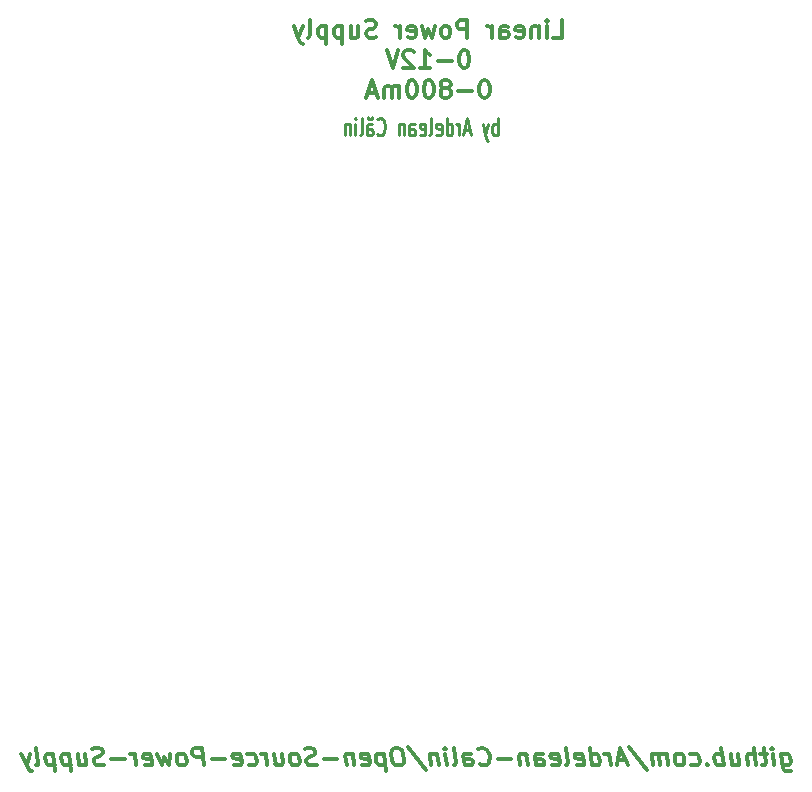
<source format=gbo>
G04 #@! TF.FileFunction,Legend,Bot*
%FSLAX46Y46*%
G04 Gerber Fmt 4.6, Leading zero omitted, Abs format (unit mm)*
G04 Created by KiCad (PCBNEW 4.0.5) date Sat Mar 18 13:09:48 2017*
%MOMM*%
%LPD*%
G01*
G04 APERTURE LIST*
%ADD10C,0.100000*%
%ADD11C,0.300000*%
%ADD12C,0.250000*%
G04 APERTURE END LIST*
D10*
D11*
X202560535Y-139378571D02*
X202712321Y-140592857D01*
X202801607Y-140735714D01*
X202881964Y-140807143D01*
X203033749Y-140878571D01*
X203248035Y-140878571D01*
X203381964Y-140807143D01*
X202676607Y-140307143D02*
X202828392Y-140378571D01*
X203114106Y-140378571D01*
X203248036Y-140307143D01*
X203310535Y-140235714D01*
X203364107Y-140092857D01*
X203310536Y-139664286D01*
X203221250Y-139521429D01*
X203140893Y-139450000D01*
X202989106Y-139378571D01*
X202703392Y-139378571D01*
X202569464Y-139450000D01*
X201971249Y-140378571D02*
X201846249Y-139378571D01*
X201783749Y-138878571D02*
X201864107Y-138950000D01*
X201801607Y-139021429D01*
X201721250Y-138950000D01*
X201783749Y-138878571D01*
X201801607Y-139021429D01*
X201346249Y-139378571D02*
X200774820Y-139378571D01*
X201069463Y-138878571D02*
X201230178Y-140164286D01*
X201176607Y-140307143D01*
X201042677Y-140378571D01*
X200899820Y-140378571D01*
X200399820Y-140378571D02*
X200212320Y-138878571D01*
X199756963Y-140378571D02*
X199658749Y-139592857D01*
X199712321Y-139450000D01*
X199846249Y-139378571D01*
X200060534Y-139378571D01*
X200212321Y-139450000D01*
X200292678Y-139521429D01*
X198274820Y-139378571D02*
X198399820Y-140378571D01*
X198917677Y-139378571D02*
X199015892Y-140164286D01*
X198962321Y-140307143D01*
X198828391Y-140378571D01*
X198614106Y-140378571D01*
X198462321Y-140307143D01*
X198381963Y-140235714D01*
X197685534Y-140378571D02*
X197498034Y-138878571D01*
X197569463Y-139450000D02*
X197417677Y-139378571D01*
X197131963Y-139378571D01*
X196998035Y-139450000D01*
X196935535Y-139521429D01*
X196881963Y-139664286D01*
X196935534Y-140092857D01*
X197024820Y-140235714D01*
X197105178Y-140307143D01*
X197256963Y-140378571D01*
X197542677Y-140378571D01*
X197676606Y-140307143D01*
X196310534Y-140235714D02*
X196248035Y-140307143D01*
X196328391Y-140378571D01*
X196390892Y-140307143D01*
X196310534Y-140235714D01*
X196328391Y-140378571D01*
X194962320Y-140307143D02*
X195114105Y-140378571D01*
X195399819Y-140378571D01*
X195533749Y-140307143D01*
X195596248Y-140235714D01*
X195649820Y-140092857D01*
X195596249Y-139664286D01*
X195506963Y-139521429D01*
X195426606Y-139450000D01*
X195274819Y-139378571D01*
X194989105Y-139378571D01*
X194855177Y-139450000D01*
X194114105Y-140378571D02*
X194248035Y-140307143D01*
X194310534Y-140235714D01*
X194364106Y-140092857D01*
X194310535Y-139664286D01*
X194221249Y-139521429D01*
X194140892Y-139450000D01*
X193989105Y-139378571D01*
X193774820Y-139378571D01*
X193640892Y-139450000D01*
X193578392Y-139521429D01*
X193524820Y-139664286D01*
X193578391Y-140092857D01*
X193667677Y-140235714D01*
X193748035Y-140307143D01*
X193899820Y-140378571D01*
X194114105Y-140378571D01*
X192971248Y-140378571D02*
X192846248Y-139378571D01*
X192864106Y-139521429D02*
X192783749Y-139450000D01*
X192631962Y-139378571D01*
X192417677Y-139378571D01*
X192283749Y-139450000D01*
X192230177Y-139592857D01*
X192328391Y-140378571D01*
X192230177Y-139592857D02*
X192140891Y-139450000D01*
X191989105Y-139378571D01*
X191774820Y-139378571D01*
X191640891Y-139450000D01*
X191587320Y-139592857D01*
X191685534Y-140378571D01*
X189703392Y-138807143D02*
X191230177Y-140735714D01*
X189417677Y-139950000D02*
X188703391Y-139950000D01*
X189614105Y-140378571D02*
X188926605Y-138878571D01*
X188614105Y-140378571D01*
X188114105Y-140378571D02*
X187989105Y-139378571D01*
X188024820Y-139664286D02*
X187935535Y-139521429D01*
X187855177Y-139450000D01*
X187703391Y-139378571D01*
X187560534Y-139378571D01*
X186542677Y-140378571D02*
X186355177Y-138878571D01*
X186533749Y-140307143D02*
X186685534Y-140378571D01*
X186971248Y-140378571D01*
X187105178Y-140307143D01*
X187167677Y-140235714D01*
X187221249Y-140092857D01*
X187167678Y-139664286D01*
X187078392Y-139521429D01*
X186998035Y-139450000D01*
X186846248Y-139378571D01*
X186560534Y-139378571D01*
X186426606Y-139450000D01*
X185248035Y-140307143D02*
X185399820Y-140378571D01*
X185685534Y-140378571D01*
X185819463Y-140307143D01*
X185873035Y-140164286D01*
X185801606Y-139592857D01*
X185712320Y-139450000D01*
X185560534Y-139378571D01*
X185274820Y-139378571D01*
X185140892Y-139450000D01*
X185087320Y-139592857D01*
X185105177Y-139735714D01*
X185837320Y-139878571D01*
X184328391Y-140378571D02*
X184462321Y-140307143D01*
X184515892Y-140164286D01*
X184355177Y-138878571D01*
X183176607Y-140307143D02*
X183328392Y-140378571D01*
X183614106Y-140378571D01*
X183748035Y-140307143D01*
X183801607Y-140164286D01*
X183730178Y-139592857D01*
X183640892Y-139450000D01*
X183489106Y-139378571D01*
X183203392Y-139378571D01*
X183069464Y-139450000D01*
X183015892Y-139592857D01*
X183033749Y-139735714D01*
X183765892Y-139878571D01*
X181828392Y-140378571D02*
X181730178Y-139592857D01*
X181783750Y-139450000D01*
X181917678Y-139378571D01*
X182203392Y-139378571D01*
X182355178Y-139450000D01*
X181819464Y-140307143D02*
X181971249Y-140378571D01*
X182328392Y-140378571D01*
X182462321Y-140307143D01*
X182515893Y-140164286D01*
X182498036Y-140021429D01*
X182408749Y-139878571D01*
X182256964Y-139807143D01*
X181899821Y-139807143D01*
X181748035Y-139735714D01*
X180989106Y-139378571D02*
X181114106Y-140378571D01*
X181006964Y-139521429D02*
X180926607Y-139450000D01*
X180774820Y-139378571D01*
X180560535Y-139378571D01*
X180426607Y-139450000D01*
X180373035Y-139592857D01*
X180471249Y-140378571D01*
X179685535Y-139807143D02*
X178542678Y-139807143D01*
X177024820Y-140235714D02*
X177105178Y-140307143D01*
X177328392Y-140378571D01*
X177471249Y-140378571D01*
X177676606Y-140307143D01*
X177801607Y-140164286D01*
X177855178Y-140021429D01*
X177890892Y-139735714D01*
X177864107Y-139521429D01*
X177756963Y-139235714D01*
X177667678Y-139092857D01*
X177506963Y-138950000D01*
X177283749Y-138878571D01*
X177140892Y-138878571D01*
X176935535Y-138950000D01*
X176873035Y-139021429D01*
X175756963Y-140378571D02*
X175658749Y-139592857D01*
X175712321Y-139450000D01*
X175846249Y-139378571D01*
X176131963Y-139378571D01*
X176283749Y-139450000D01*
X175748035Y-140307143D02*
X175899820Y-140378571D01*
X176256963Y-140378571D01*
X176390892Y-140307143D01*
X176444464Y-140164286D01*
X176426607Y-140021429D01*
X176337320Y-139878571D01*
X176185535Y-139807143D01*
X175828392Y-139807143D01*
X175676606Y-139735714D01*
X174828391Y-140378571D02*
X174962321Y-140307143D01*
X175015892Y-140164286D01*
X174855177Y-138878571D01*
X174256963Y-140378571D02*
X174131963Y-139378571D01*
X174069463Y-138878571D02*
X174149821Y-138950000D01*
X174087321Y-139021429D01*
X174006964Y-138950000D01*
X174069463Y-138878571D01*
X174087321Y-139021429D01*
X173417677Y-139378571D02*
X173542677Y-140378571D01*
X173435535Y-139521429D02*
X173355178Y-139450000D01*
X173203391Y-139378571D01*
X172989106Y-139378571D01*
X172855178Y-139450000D01*
X172801606Y-139592857D01*
X172899820Y-140378571D01*
X170917678Y-138807143D02*
X172444463Y-140735714D01*
X170140891Y-138878571D02*
X169855177Y-138878571D01*
X169721248Y-138950000D01*
X169596248Y-139092857D01*
X169560534Y-139378571D01*
X169623034Y-139878571D01*
X169730177Y-140164286D01*
X169890891Y-140307143D01*
X170042677Y-140378571D01*
X170328391Y-140378571D01*
X170462320Y-140307143D01*
X170587320Y-140164286D01*
X170623034Y-139878571D01*
X170560534Y-139378571D01*
X170453391Y-139092857D01*
X170292677Y-138950000D01*
X170140891Y-138878571D01*
X168917676Y-139378571D02*
X169105176Y-140878571D01*
X168926605Y-139450000D02*
X168774819Y-139378571D01*
X168489105Y-139378571D01*
X168355177Y-139450000D01*
X168292677Y-139521429D01*
X168239105Y-139664286D01*
X168292676Y-140092857D01*
X168381962Y-140235714D01*
X168462320Y-140307143D01*
X168614105Y-140378571D01*
X168899819Y-140378571D01*
X169033748Y-140307143D01*
X167105177Y-140307143D02*
X167256962Y-140378571D01*
X167542676Y-140378571D01*
X167676605Y-140307143D01*
X167730177Y-140164286D01*
X167658748Y-139592857D01*
X167569462Y-139450000D01*
X167417676Y-139378571D01*
X167131962Y-139378571D01*
X166998034Y-139450000D01*
X166944462Y-139592857D01*
X166962319Y-139735714D01*
X167694462Y-139878571D01*
X166274819Y-139378571D02*
X166399819Y-140378571D01*
X166292677Y-139521429D02*
X166212320Y-139450000D01*
X166060533Y-139378571D01*
X165846248Y-139378571D01*
X165712320Y-139450000D01*
X165658748Y-139592857D01*
X165756962Y-140378571D01*
X164971248Y-139807143D02*
X163828391Y-139807143D01*
X163248034Y-140307143D02*
X163042676Y-140378571D01*
X162685533Y-140378571D01*
X162533748Y-140307143D01*
X162453390Y-140235714D01*
X162364105Y-140092857D01*
X162346248Y-139950000D01*
X162399819Y-139807143D01*
X162462319Y-139735714D01*
X162596248Y-139664286D01*
X162873033Y-139592857D01*
X163006963Y-139521429D01*
X163069462Y-139450000D01*
X163123034Y-139307143D01*
X163105177Y-139164286D01*
X163015891Y-139021429D01*
X162935534Y-138950000D01*
X162783747Y-138878571D01*
X162426605Y-138878571D01*
X162221248Y-138950000D01*
X161542676Y-140378571D02*
X161676606Y-140307143D01*
X161739105Y-140235714D01*
X161792677Y-140092857D01*
X161739106Y-139664286D01*
X161649820Y-139521429D01*
X161569463Y-139450000D01*
X161417676Y-139378571D01*
X161203391Y-139378571D01*
X161069463Y-139450000D01*
X161006963Y-139521429D01*
X160953391Y-139664286D01*
X161006962Y-140092857D01*
X161096248Y-140235714D01*
X161176606Y-140307143D01*
X161328391Y-140378571D01*
X161542676Y-140378571D01*
X159631962Y-139378571D02*
X159756962Y-140378571D01*
X160274819Y-139378571D02*
X160373034Y-140164286D01*
X160319463Y-140307143D01*
X160185533Y-140378571D01*
X159971248Y-140378571D01*
X159819463Y-140307143D01*
X159739105Y-140235714D01*
X159042676Y-140378571D02*
X158917676Y-139378571D01*
X158953391Y-139664286D02*
X158864106Y-139521429D01*
X158783748Y-139450000D01*
X158631962Y-139378571D01*
X158489105Y-139378571D01*
X157462320Y-140307143D02*
X157614105Y-140378571D01*
X157899819Y-140378571D01*
X158033749Y-140307143D01*
X158096248Y-140235714D01*
X158149820Y-140092857D01*
X158096249Y-139664286D01*
X158006963Y-139521429D01*
X157926606Y-139450000D01*
X157774819Y-139378571D01*
X157489105Y-139378571D01*
X157355177Y-139450000D01*
X156248035Y-140307143D02*
X156399820Y-140378571D01*
X156685534Y-140378571D01*
X156819463Y-140307143D01*
X156873035Y-140164286D01*
X156801606Y-139592857D01*
X156712320Y-139450000D01*
X156560534Y-139378571D01*
X156274820Y-139378571D01*
X156140892Y-139450000D01*
X156087320Y-139592857D01*
X156105177Y-139735714D01*
X156837320Y-139878571D01*
X155471249Y-139807143D02*
X154328392Y-139807143D01*
X153685534Y-140378571D02*
X153498034Y-138878571D01*
X152926606Y-138878571D01*
X152792677Y-138950000D01*
X152730178Y-139021429D01*
X152676606Y-139164286D01*
X152703391Y-139378571D01*
X152792678Y-139521429D01*
X152873034Y-139592857D01*
X153024821Y-139664286D01*
X153596249Y-139664286D01*
X151971248Y-140378571D02*
X152105178Y-140307143D01*
X152167677Y-140235714D01*
X152221249Y-140092857D01*
X152167678Y-139664286D01*
X152078392Y-139521429D01*
X151998035Y-139450000D01*
X151846248Y-139378571D01*
X151631963Y-139378571D01*
X151498035Y-139450000D01*
X151435535Y-139521429D01*
X151381963Y-139664286D01*
X151435534Y-140092857D01*
X151524820Y-140235714D01*
X151605178Y-140307143D01*
X151756963Y-140378571D01*
X151971248Y-140378571D01*
X150846248Y-139378571D02*
X150685534Y-140378571D01*
X150310535Y-139664286D01*
X150114105Y-140378571D01*
X149703391Y-139378571D01*
X148676606Y-140307143D02*
X148828391Y-140378571D01*
X149114105Y-140378571D01*
X149248034Y-140307143D01*
X149301606Y-140164286D01*
X149230177Y-139592857D01*
X149140891Y-139450000D01*
X148989105Y-139378571D01*
X148703391Y-139378571D01*
X148569463Y-139450000D01*
X148515891Y-139592857D01*
X148533748Y-139735714D01*
X149265891Y-139878571D01*
X147971248Y-140378571D02*
X147846248Y-139378571D01*
X147881963Y-139664286D02*
X147792678Y-139521429D01*
X147712320Y-139450000D01*
X147560534Y-139378571D01*
X147417677Y-139378571D01*
X146971249Y-139807143D02*
X145828392Y-139807143D01*
X145248035Y-140307143D02*
X145042677Y-140378571D01*
X144685534Y-140378571D01*
X144533749Y-140307143D01*
X144453391Y-140235714D01*
X144364106Y-140092857D01*
X144346249Y-139950000D01*
X144399820Y-139807143D01*
X144462320Y-139735714D01*
X144596249Y-139664286D01*
X144873034Y-139592857D01*
X145006964Y-139521429D01*
X145069463Y-139450000D01*
X145123035Y-139307143D01*
X145105178Y-139164286D01*
X145015892Y-139021429D01*
X144935535Y-138950000D01*
X144783748Y-138878571D01*
X144426606Y-138878571D01*
X144221249Y-138950000D01*
X142989106Y-139378571D02*
X143114106Y-140378571D01*
X143631963Y-139378571D02*
X143730178Y-140164286D01*
X143676607Y-140307143D01*
X143542677Y-140378571D01*
X143328392Y-140378571D01*
X143176607Y-140307143D01*
X143096249Y-140235714D01*
X142274820Y-139378571D02*
X142462320Y-140878571D01*
X142283749Y-139450000D02*
X142131963Y-139378571D01*
X141846249Y-139378571D01*
X141712321Y-139450000D01*
X141649821Y-139521429D01*
X141596249Y-139664286D01*
X141649820Y-140092857D01*
X141739106Y-140235714D01*
X141819464Y-140307143D01*
X141971249Y-140378571D01*
X142256963Y-140378571D01*
X142390892Y-140307143D01*
X140917677Y-139378571D02*
X141105177Y-140878571D01*
X140926606Y-139450000D02*
X140774820Y-139378571D01*
X140489106Y-139378571D01*
X140355178Y-139450000D01*
X140292678Y-139521429D01*
X140239106Y-139664286D01*
X140292677Y-140092857D01*
X140381963Y-140235714D01*
X140462321Y-140307143D01*
X140614106Y-140378571D01*
X140899820Y-140378571D01*
X141033749Y-140307143D01*
X139471248Y-140378571D02*
X139605178Y-140307143D01*
X139658749Y-140164286D01*
X139498034Y-138878571D01*
X138917677Y-139378571D02*
X138685534Y-140378571D01*
X138203392Y-139378571D02*
X138685534Y-140378571D01*
X138873035Y-140735714D01*
X138953392Y-140807143D01*
X139105177Y-140878571D01*
D12*
X178561192Y-87038571D02*
X178561192Y-85538571D01*
X178561192Y-86110000D02*
X178465954Y-86038571D01*
X178275477Y-86038571D01*
X178180239Y-86110000D01*
X178132620Y-86181429D01*
X178085001Y-86324286D01*
X178085001Y-86752857D01*
X178132620Y-86895714D01*
X178180239Y-86967143D01*
X178275477Y-87038571D01*
X178465954Y-87038571D01*
X178561192Y-86967143D01*
X177751668Y-86038571D02*
X177513573Y-87038571D01*
X177275477Y-86038571D02*
X177513573Y-87038571D01*
X177608811Y-87395714D01*
X177656430Y-87467143D01*
X177751668Y-87538571D01*
X176180239Y-86610000D02*
X175704048Y-86610000D01*
X176275477Y-87038571D02*
X175942144Y-85538571D01*
X175608810Y-87038571D01*
X175275477Y-87038571D02*
X175275477Y-86038571D01*
X175275477Y-86324286D02*
X175227858Y-86181429D01*
X175180239Y-86110000D01*
X175085001Y-86038571D01*
X174989762Y-86038571D01*
X174227857Y-87038571D02*
X174227857Y-85538571D01*
X174227857Y-86967143D02*
X174323095Y-87038571D01*
X174513572Y-87038571D01*
X174608810Y-86967143D01*
X174656429Y-86895714D01*
X174704048Y-86752857D01*
X174704048Y-86324286D01*
X174656429Y-86181429D01*
X174608810Y-86110000D01*
X174513572Y-86038571D01*
X174323095Y-86038571D01*
X174227857Y-86110000D01*
X173370714Y-86967143D02*
X173465952Y-87038571D01*
X173656429Y-87038571D01*
X173751667Y-86967143D01*
X173799286Y-86824286D01*
X173799286Y-86252857D01*
X173751667Y-86110000D01*
X173656429Y-86038571D01*
X173465952Y-86038571D01*
X173370714Y-86110000D01*
X173323095Y-86252857D01*
X173323095Y-86395714D01*
X173799286Y-86538571D01*
X172751667Y-87038571D02*
X172846905Y-86967143D01*
X172894524Y-86824286D01*
X172894524Y-85538571D01*
X171989761Y-86967143D02*
X172084999Y-87038571D01*
X172275476Y-87038571D01*
X172370714Y-86967143D01*
X172418333Y-86824286D01*
X172418333Y-86252857D01*
X172370714Y-86110000D01*
X172275476Y-86038571D01*
X172084999Y-86038571D01*
X171989761Y-86110000D01*
X171942142Y-86252857D01*
X171942142Y-86395714D01*
X172418333Y-86538571D01*
X171084999Y-87038571D02*
X171084999Y-86252857D01*
X171132618Y-86110000D01*
X171227856Y-86038571D01*
X171418333Y-86038571D01*
X171513571Y-86110000D01*
X171084999Y-86967143D02*
X171180237Y-87038571D01*
X171418333Y-87038571D01*
X171513571Y-86967143D01*
X171561190Y-86824286D01*
X171561190Y-86681429D01*
X171513571Y-86538571D01*
X171418333Y-86467143D01*
X171180237Y-86467143D01*
X171084999Y-86395714D01*
X170608809Y-86038571D02*
X170608809Y-87038571D01*
X170608809Y-86181429D02*
X170561190Y-86110000D01*
X170465952Y-86038571D01*
X170323094Y-86038571D01*
X170227856Y-86110000D01*
X170180237Y-86252857D01*
X170180237Y-87038571D01*
X168370713Y-86895714D02*
X168418332Y-86967143D01*
X168561189Y-87038571D01*
X168656427Y-87038571D01*
X168799285Y-86967143D01*
X168894523Y-86824286D01*
X168942142Y-86681429D01*
X168989761Y-86395714D01*
X168989761Y-86181429D01*
X168942142Y-85895714D01*
X168894523Y-85752857D01*
X168799285Y-85610000D01*
X168656427Y-85538571D01*
X168561189Y-85538571D01*
X168418332Y-85610000D01*
X168370713Y-85681429D01*
X167513570Y-87038571D02*
X167513570Y-86252857D01*
X167561189Y-86110000D01*
X167656427Y-86038571D01*
X167846904Y-86038571D01*
X167942142Y-86110000D01*
X167513570Y-86967143D02*
X167608808Y-87038571D01*
X167846904Y-87038571D01*
X167942142Y-86967143D01*
X167989761Y-86824286D01*
X167989761Y-86681429D01*
X167942142Y-86538571D01*
X167846904Y-86467143D01*
X167608808Y-86467143D01*
X167513570Y-86395714D01*
X167942142Y-85467143D02*
X167894523Y-85610000D01*
X167799285Y-85681429D01*
X167704047Y-85681429D01*
X167608808Y-85610000D01*
X167561189Y-85467143D01*
X166894523Y-87038571D02*
X166989761Y-86967143D01*
X167037380Y-86824286D01*
X167037380Y-85538571D01*
X166513570Y-87038571D02*
X166513570Y-86038571D01*
X166513570Y-85538571D02*
X166561189Y-85610000D01*
X166513570Y-85681429D01*
X166465951Y-85610000D01*
X166513570Y-85538571D01*
X166513570Y-85681429D01*
X166037380Y-86038571D02*
X166037380Y-87038571D01*
X166037380Y-86181429D02*
X165989761Y-86110000D01*
X165894523Y-86038571D01*
X165751665Y-86038571D01*
X165656427Y-86110000D01*
X165608808Y-86252857D01*
X165608808Y-87038571D01*
D11*
X183255713Y-78773571D02*
X183969999Y-78773571D01*
X183969999Y-77273571D01*
X182755713Y-78773571D02*
X182755713Y-77773571D01*
X182755713Y-77273571D02*
X182827142Y-77345000D01*
X182755713Y-77416429D01*
X182684285Y-77345000D01*
X182755713Y-77273571D01*
X182755713Y-77416429D01*
X182041427Y-77773571D02*
X182041427Y-78773571D01*
X182041427Y-77916429D02*
X181969999Y-77845000D01*
X181827141Y-77773571D01*
X181612856Y-77773571D01*
X181469999Y-77845000D01*
X181398570Y-77987857D01*
X181398570Y-78773571D01*
X180112856Y-78702143D02*
X180255713Y-78773571D01*
X180541427Y-78773571D01*
X180684284Y-78702143D01*
X180755713Y-78559286D01*
X180755713Y-77987857D01*
X180684284Y-77845000D01*
X180541427Y-77773571D01*
X180255713Y-77773571D01*
X180112856Y-77845000D01*
X180041427Y-77987857D01*
X180041427Y-78130714D01*
X180755713Y-78273571D01*
X178755713Y-78773571D02*
X178755713Y-77987857D01*
X178827142Y-77845000D01*
X178969999Y-77773571D01*
X179255713Y-77773571D01*
X179398570Y-77845000D01*
X178755713Y-78702143D02*
X178898570Y-78773571D01*
X179255713Y-78773571D01*
X179398570Y-78702143D01*
X179469999Y-78559286D01*
X179469999Y-78416429D01*
X179398570Y-78273571D01*
X179255713Y-78202143D01*
X178898570Y-78202143D01*
X178755713Y-78130714D01*
X178041427Y-78773571D02*
X178041427Y-77773571D01*
X178041427Y-78059286D02*
X177969999Y-77916429D01*
X177898570Y-77845000D01*
X177755713Y-77773571D01*
X177612856Y-77773571D01*
X175969999Y-78773571D02*
X175969999Y-77273571D01*
X175398571Y-77273571D01*
X175255713Y-77345000D01*
X175184285Y-77416429D01*
X175112856Y-77559286D01*
X175112856Y-77773571D01*
X175184285Y-77916429D01*
X175255713Y-77987857D01*
X175398571Y-78059286D01*
X175969999Y-78059286D01*
X174255713Y-78773571D02*
X174398571Y-78702143D01*
X174469999Y-78630714D01*
X174541428Y-78487857D01*
X174541428Y-78059286D01*
X174469999Y-77916429D01*
X174398571Y-77845000D01*
X174255713Y-77773571D01*
X174041428Y-77773571D01*
X173898571Y-77845000D01*
X173827142Y-77916429D01*
X173755713Y-78059286D01*
X173755713Y-78487857D01*
X173827142Y-78630714D01*
X173898571Y-78702143D01*
X174041428Y-78773571D01*
X174255713Y-78773571D01*
X173255713Y-77773571D02*
X172969999Y-78773571D01*
X172684285Y-78059286D01*
X172398570Y-78773571D01*
X172112856Y-77773571D01*
X170969999Y-78702143D02*
X171112856Y-78773571D01*
X171398570Y-78773571D01*
X171541427Y-78702143D01*
X171612856Y-78559286D01*
X171612856Y-77987857D01*
X171541427Y-77845000D01*
X171398570Y-77773571D01*
X171112856Y-77773571D01*
X170969999Y-77845000D01*
X170898570Y-77987857D01*
X170898570Y-78130714D01*
X171612856Y-78273571D01*
X170255713Y-78773571D02*
X170255713Y-77773571D01*
X170255713Y-78059286D02*
X170184285Y-77916429D01*
X170112856Y-77845000D01*
X169969999Y-77773571D01*
X169827142Y-77773571D01*
X168255714Y-78702143D02*
X168041428Y-78773571D01*
X167684285Y-78773571D01*
X167541428Y-78702143D01*
X167469999Y-78630714D01*
X167398571Y-78487857D01*
X167398571Y-78345000D01*
X167469999Y-78202143D01*
X167541428Y-78130714D01*
X167684285Y-78059286D01*
X167969999Y-77987857D01*
X168112857Y-77916429D01*
X168184285Y-77845000D01*
X168255714Y-77702143D01*
X168255714Y-77559286D01*
X168184285Y-77416429D01*
X168112857Y-77345000D01*
X167969999Y-77273571D01*
X167612857Y-77273571D01*
X167398571Y-77345000D01*
X166112857Y-77773571D02*
X166112857Y-78773571D01*
X166755714Y-77773571D02*
X166755714Y-78559286D01*
X166684286Y-78702143D01*
X166541428Y-78773571D01*
X166327143Y-78773571D01*
X166184286Y-78702143D01*
X166112857Y-78630714D01*
X165398571Y-77773571D02*
X165398571Y-79273571D01*
X165398571Y-77845000D02*
X165255714Y-77773571D01*
X164970000Y-77773571D01*
X164827143Y-77845000D01*
X164755714Y-77916429D01*
X164684285Y-78059286D01*
X164684285Y-78487857D01*
X164755714Y-78630714D01*
X164827143Y-78702143D01*
X164970000Y-78773571D01*
X165255714Y-78773571D01*
X165398571Y-78702143D01*
X164041428Y-77773571D02*
X164041428Y-79273571D01*
X164041428Y-77845000D02*
X163898571Y-77773571D01*
X163612857Y-77773571D01*
X163470000Y-77845000D01*
X163398571Y-77916429D01*
X163327142Y-78059286D01*
X163327142Y-78487857D01*
X163398571Y-78630714D01*
X163470000Y-78702143D01*
X163612857Y-78773571D01*
X163898571Y-78773571D01*
X164041428Y-78702143D01*
X162469999Y-78773571D02*
X162612857Y-78702143D01*
X162684285Y-78559286D01*
X162684285Y-77273571D01*
X162041428Y-77773571D02*
X161684285Y-78773571D01*
X161327143Y-77773571D02*
X161684285Y-78773571D01*
X161827143Y-79130714D01*
X161898571Y-79202143D01*
X162041428Y-79273571D01*
X175791428Y-79823571D02*
X175648571Y-79823571D01*
X175505714Y-79895000D01*
X175434285Y-79966429D01*
X175362856Y-80109286D01*
X175291428Y-80395000D01*
X175291428Y-80752143D01*
X175362856Y-81037857D01*
X175434285Y-81180714D01*
X175505714Y-81252143D01*
X175648571Y-81323571D01*
X175791428Y-81323571D01*
X175934285Y-81252143D01*
X176005714Y-81180714D01*
X176077142Y-81037857D01*
X176148571Y-80752143D01*
X176148571Y-80395000D01*
X176077142Y-80109286D01*
X176005714Y-79966429D01*
X175934285Y-79895000D01*
X175791428Y-79823571D01*
X174648571Y-80752143D02*
X173505714Y-80752143D01*
X172005714Y-81323571D02*
X172862857Y-81323571D01*
X172434285Y-81323571D02*
X172434285Y-79823571D01*
X172577142Y-80037857D01*
X172720000Y-80180714D01*
X172862857Y-80252143D01*
X171434286Y-79966429D02*
X171362857Y-79895000D01*
X171220000Y-79823571D01*
X170862857Y-79823571D01*
X170720000Y-79895000D01*
X170648571Y-79966429D01*
X170577143Y-80109286D01*
X170577143Y-80252143D01*
X170648571Y-80466429D01*
X171505714Y-81323571D01*
X170577143Y-81323571D01*
X170148572Y-79823571D02*
X169648572Y-81323571D01*
X169148572Y-79823571D01*
X177505713Y-82373571D02*
X177362856Y-82373571D01*
X177219999Y-82445000D01*
X177148570Y-82516429D01*
X177077141Y-82659286D01*
X177005713Y-82945000D01*
X177005713Y-83302143D01*
X177077141Y-83587857D01*
X177148570Y-83730714D01*
X177219999Y-83802143D01*
X177362856Y-83873571D01*
X177505713Y-83873571D01*
X177648570Y-83802143D01*
X177719999Y-83730714D01*
X177791427Y-83587857D01*
X177862856Y-83302143D01*
X177862856Y-82945000D01*
X177791427Y-82659286D01*
X177719999Y-82516429D01*
X177648570Y-82445000D01*
X177505713Y-82373571D01*
X176362856Y-83302143D02*
X175219999Y-83302143D01*
X174291427Y-83016429D02*
X174434285Y-82945000D01*
X174505713Y-82873571D01*
X174577142Y-82730714D01*
X174577142Y-82659286D01*
X174505713Y-82516429D01*
X174434285Y-82445000D01*
X174291427Y-82373571D01*
X174005713Y-82373571D01*
X173862856Y-82445000D01*
X173791427Y-82516429D01*
X173719999Y-82659286D01*
X173719999Y-82730714D01*
X173791427Y-82873571D01*
X173862856Y-82945000D01*
X174005713Y-83016429D01*
X174291427Y-83016429D01*
X174434285Y-83087857D01*
X174505713Y-83159286D01*
X174577142Y-83302143D01*
X174577142Y-83587857D01*
X174505713Y-83730714D01*
X174434285Y-83802143D01*
X174291427Y-83873571D01*
X174005713Y-83873571D01*
X173862856Y-83802143D01*
X173791427Y-83730714D01*
X173719999Y-83587857D01*
X173719999Y-83302143D01*
X173791427Y-83159286D01*
X173862856Y-83087857D01*
X174005713Y-83016429D01*
X172791428Y-82373571D02*
X172648571Y-82373571D01*
X172505714Y-82445000D01*
X172434285Y-82516429D01*
X172362856Y-82659286D01*
X172291428Y-82945000D01*
X172291428Y-83302143D01*
X172362856Y-83587857D01*
X172434285Y-83730714D01*
X172505714Y-83802143D01*
X172648571Y-83873571D01*
X172791428Y-83873571D01*
X172934285Y-83802143D01*
X173005714Y-83730714D01*
X173077142Y-83587857D01*
X173148571Y-83302143D01*
X173148571Y-82945000D01*
X173077142Y-82659286D01*
X173005714Y-82516429D01*
X172934285Y-82445000D01*
X172791428Y-82373571D01*
X171362857Y-82373571D02*
X171220000Y-82373571D01*
X171077143Y-82445000D01*
X171005714Y-82516429D01*
X170934285Y-82659286D01*
X170862857Y-82945000D01*
X170862857Y-83302143D01*
X170934285Y-83587857D01*
X171005714Y-83730714D01*
X171077143Y-83802143D01*
X171220000Y-83873571D01*
X171362857Y-83873571D01*
X171505714Y-83802143D01*
X171577143Y-83730714D01*
X171648571Y-83587857D01*
X171720000Y-83302143D01*
X171720000Y-82945000D01*
X171648571Y-82659286D01*
X171577143Y-82516429D01*
X171505714Y-82445000D01*
X171362857Y-82373571D01*
X170220000Y-83873571D02*
X170220000Y-82873571D01*
X170220000Y-83016429D02*
X170148572Y-82945000D01*
X170005714Y-82873571D01*
X169791429Y-82873571D01*
X169648572Y-82945000D01*
X169577143Y-83087857D01*
X169577143Y-83873571D01*
X169577143Y-83087857D02*
X169505714Y-82945000D01*
X169362857Y-82873571D01*
X169148572Y-82873571D01*
X169005714Y-82945000D01*
X168934286Y-83087857D01*
X168934286Y-83873571D01*
X168291429Y-83445000D02*
X167577143Y-83445000D01*
X168434286Y-83873571D02*
X167934286Y-82373571D01*
X167434286Y-83873571D01*
M02*

</source>
